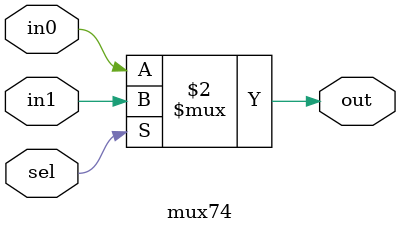
<source format=v>
module mux74(input in0, in1, sel,
                     output out);

    assign out = (sel== 1'b0) ? in0 : in1;

endmodule

</source>
